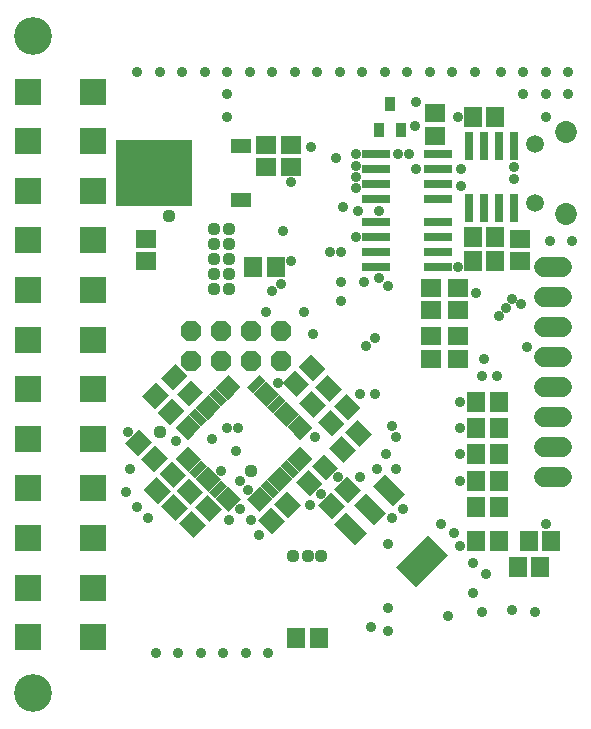
<source format=gbr>
G04 EAGLE Gerber RS-274X export*
G75*
%MOMM*%
%FSLAX34Y34*%
%LPD*%
%INSoldermask Bottom*%
%IPPOS*%
%AMOC8*
5,1,8,0,0,1.08239X$1,22.5*%
G01*
%ADD10R,1.503200X1.703200*%
%ADD11R,1.703200X1.503200*%
%ADD12R,2.403200X0.803200*%
%ADD13P,1.869504X8X202.500000*%
%ADD14R,0.803200X2.403200*%
%ADD15R,1.473200X0.762000*%
%ADD16R,0.762000X1.473200*%
%ADD17R,0.903200X1.203200*%
%ADD18C,1.511200*%
%ADD19C,1.853200*%
%ADD20C,1.727200*%
%ADD21R,6.403200X5.603200*%
%ADD22R,1.803200X1.203200*%
%ADD23R,1.422400X2.438400*%
%ADD24R,3.803200X2.403200*%
%ADD25R,2.303200X2.303200*%
%ADD26C,3.203200*%
%ADD27C,1.117600*%
%ADD28C,0.914400*%


D10*
X428600Y228600D03*
X409600Y228600D03*
X428600Y206375D03*
X409600Y206375D03*
X428600Y184150D03*
X409600Y184150D03*
X428600Y161925D03*
X409600Y161925D03*
D11*
X371475Y284138D03*
X371475Y265138D03*
X393700Y284138D03*
X393700Y265138D03*
X371475Y306413D03*
X371475Y325413D03*
D10*
X220688Y342900D03*
X239688Y342900D03*
D12*
X324838Y412750D03*
X376838Y412750D03*
X324838Y400050D03*
X324838Y425450D03*
X324838Y438150D03*
X376838Y400050D03*
X376838Y425450D03*
X376838Y438150D03*
D10*
X473050Y111125D03*
X454050Y111125D03*
X463525Y88900D03*
X444525Y88900D03*
D12*
X324838Y355600D03*
X376838Y355600D03*
X324838Y342900D03*
X324838Y368300D03*
X324838Y381000D03*
X376838Y342900D03*
X376838Y368300D03*
X376838Y381000D03*
D10*
X406425Y469900D03*
X425425Y469900D03*
D11*
X393700Y306413D03*
X393700Y325413D03*
D10*
X425425Y347663D03*
X406425Y347663D03*
X406425Y368300D03*
X425425Y368300D03*
D11*
X446088Y347688D03*
X446088Y366688D03*
D13*
X244475Y288925D03*
X244475Y263525D03*
X219075Y288925D03*
X219075Y263525D03*
X193675Y288925D03*
X193675Y263525D03*
X168275Y288925D03*
X168275Y263525D03*
D14*
X415925Y445100D03*
X415925Y393100D03*
X403225Y445100D03*
X428625Y445100D03*
X441325Y445100D03*
X403225Y393100D03*
X428625Y393100D03*
X441325Y393100D03*
D10*
G36*
X155719Y153475D02*
X166348Y164104D01*
X178391Y152061D01*
X167762Y141432D01*
X155719Y153475D01*
G37*
G36*
X142284Y140039D02*
X152913Y150668D01*
X164956Y138625D01*
X154327Y127996D01*
X142284Y140039D01*
G37*
G36*
X247506Y127513D02*
X236877Y116884D01*
X224834Y128927D01*
X235463Y139556D01*
X247506Y127513D01*
G37*
G36*
X260941Y140948D02*
X250312Y130319D01*
X238269Y142362D01*
X248898Y152991D01*
X260941Y140948D01*
G37*
G36*
X268144Y243400D02*
X257515Y232771D01*
X245472Y244814D01*
X256101Y255443D01*
X268144Y243400D01*
G37*
G36*
X281579Y256836D02*
X270950Y246207D01*
X258907Y258250D01*
X269536Y268879D01*
X281579Y256836D01*
G37*
G36*
X122751Y182707D02*
X112122Y193336D01*
X124165Y205379D01*
X134794Y194750D01*
X122751Y182707D01*
G37*
G36*
X136186Y169271D02*
X125557Y179900D01*
X137600Y191943D01*
X148229Y181314D01*
X136186Y169271D01*
G37*
G36*
X180831Y124338D02*
X170202Y113709D01*
X158159Y125752D01*
X168788Y136381D01*
X180831Y124338D01*
G37*
G36*
X194266Y137773D02*
X183637Y127144D01*
X171594Y139187D01*
X182223Y149816D01*
X194266Y137773D01*
G37*
G36*
X151887Y231631D02*
X162516Y221002D01*
X150473Y208959D01*
X139844Y219588D01*
X151887Y231631D01*
G37*
G36*
X138452Y245066D02*
X149081Y234437D01*
X137038Y222394D01*
X126409Y233023D01*
X138452Y245066D01*
G37*
G36*
X167762Y247506D02*
X178391Y236877D01*
X166348Y224834D01*
X155719Y235463D01*
X167762Y247506D01*
G37*
G36*
X154327Y260941D02*
X164956Y250312D01*
X152913Y238269D01*
X142284Y248898D01*
X154327Y260941D01*
G37*
G36*
X270019Y174112D02*
X280648Y184741D01*
X292691Y172698D01*
X282062Y162069D01*
X270019Y174112D01*
G37*
G36*
X256584Y160677D02*
X267213Y171306D01*
X279256Y159263D01*
X268627Y148634D01*
X256584Y160677D01*
G37*
G36*
X298594Y202687D02*
X309223Y213316D01*
X321266Y201273D01*
X310637Y190644D01*
X298594Y202687D01*
G37*
G36*
X285159Y189252D02*
X295788Y199881D01*
X307831Y187838D01*
X297202Y177209D01*
X285159Y189252D01*
G37*
G36*
X298306Y210063D02*
X287677Y199434D01*
X275634Y211477D01*
X286263Y222106D01*
X298306Y210063D01*
G37*
G36*
X311741Y223498D02*
X301112Y212869D01*
X289069Y224912D01*
X299698Y235541D01*
X311741Y223498D01*
G37*
G36*
X282431Y225938D02*
X271802Y215309D01*
X259759Y227352D01*
X270388Y237981D01*
X282431Y225938D01*
G37*
G36*
X295866Y239373D02*
X285237Y228744D01*
X273194Y240787D01*
X283823Y251416D01*
X295866Y239373D01*
G37*
D15*
G36*
X210073Y146037D02*
X199657Y135621D01*
X194269Y141009D01*
X204685Y151425D01*
X210073Y146037D01*
G37*
G36*
X204416Y151694D02*
X194000Y141278D01*
X188612Y146666D01*
X199028Y157082D01*
X204416Y151694D01*
G37*
G36*
X198759Y157350D02*
X188343Y146934D01*
X182955Y152322D01*
X193371Y162738D01*
X198759Y157350D01*
G37*
G36*
X193102Y163007D02*
X182686Y152591D01*
X177298Y157979D01*
X187714Y168395D01*
X193102Y163007D01*
G37*
G36*
X187445Y168664D02*
X177029Y158248D01*
X171641Y163636D01*
X182057Y174052D01*
X187445Y168664D01*
G37*
G36*
X181788Y174321D02*
X171372Y163905D01*
X165984Y169293D01*
X176400Y179709D01*
X181788Y174321D01*
G37*
G36*
X176132Y179978D02*
X165716Y169562D01*
X160328Y174950D01*
X170744Y185366D01*
X176132Y179978D01*
G37*
G36*
X170475Y185635D02*
X160059Y175219D01*
X154671Y180607D01*
X165087Y191023D01*
X170475Y185635D01*
G37*
D16*
G36*
X170475Y201715D02*
X165087Y196327D01*
X154671Y206743D01*
X160059Y212131D01*
X170475Y201715D01*
G37*
G36*
X176132Y207372D02*
X170744Y201984D01*
X160328Y212400D01*
X165716Y217788D01*
X176132Y207372D01*
G37*
G36*
X181788Y213029D02*
X176400Y207641D01*
X165984Y218057D01*
X171372Y223445D01*
X181788Y213029D01*
G37*
G36*
X187445Y218686D02*
X182057Y213298D01*
X171641Y223714D01*
X177029Y229102D01*
X187445Y218686D01*
G37*
G36*
X193102Y224343D02*
X187714Y218955D01*
X177298Y229371D01*
X182686Y234759D01*
X193102Y224343D01*
G37*
G36*
X198759Y230000D02*
X193371Y224612D01*
X182955Y235028D01*
X188343Y240416D01*
X198759Y230000D01*
G37*
G36*
X204416Y235656D02*
X199028Y230268D01*
X188612Y240684D01*
X194000Y246072D01*
X204416Y235656D01*
G37*
G36*
X210073Y241313D02*
X204685Y235925D01*
X194269Y246341D01*
X199657Y251729D01*
X210073Y241313D01*
G37*
D15*
G36*
X231181Y246341D02*
X220765Y235925D01*
X215377Y241313D01*
X225793Y251729D01*
X231181Y246341D01*
G37*
G36*
X236838Y240684D02*
X226422Y230268D01*
X221034Y235656D01*
X231450Y246072D01*
X236838Y240684D01*
G37*
G36*
X242495Y235028D02*
X232079Y224612D01*
X226691Y230000D01*
X237107Y240416D01*
X242495Y235028D01*
G37*
G36*
X248152Y229371D02*
X237736Y218955D01*
X232348Y224343D01*
X242764Y234759D01*
X248152Y229371D01*
G37*
G36*
X253809Y223714D02*
X243393Y213298D01*
X238005Y218686D01*
X248421Y229102D01*
X253809Y223714D01*
G37*
G36*
X259466Y218057D02*
X249050Y207641D01*
X243662Y213029D01*
X254078Y223445D01*
X259466Y218057D01*
G37*
G36*
X265122Y212400D02*
X254706Y201984D01*
X249318Y207372D01*
X259734Y217788D01*
X265122Y212400D01*
G37*
G36*
X270779Y206743D02*
X260363Y196327D01*
X254975Y201715D01*
X265391Y212131D01*
X270779Y206743D01*
G37*
D16*
G36*
X270779Y180607D02*
X265391Y175219D01*
X254975Y185635D01*
X260363Y191023D01*
X270779Y180607D01*
G37*
G36*
X265122Y174950D02*
X259734Y169562D01*
X249318Y179978D01*
X254706Y185366D01*
X265122Y174950D01*
G37*
G36*
X259466Y169293D02*
X254078Y163905D01*
X243662Y174321D01*
X249050Y179709D01*
X259466Y169293D01*
G37*
G36*
X253809Y163636D02*
X248421Y158248D01*
X238005Y168664D01*
X243393Y174052D01*
X253809Y163636D01*
G37*
G36*
X248152Y157979D02*
X242764Y152591D01*
X232348Y163007D01*
X237736Y168395D01*
X248152Y157979D01*
G37*
G36*
X242495Y152322D02*
X237107Y146934D01*
X226691Y157350D01*
X232079Y162738D01*
X242495Y152322D01*
G37*
G36*
X236838Y146666D02*
X231450Y141278D01*
X221034Y151694D01*
X226422Y157082D01*
X236838Y146666D01*
G37*
G36*
X231181Y141009D02*
X225793Y135621D01*
X215377Y146037D01*
X220765Y151425D01*
X231181Y141009D01*
G37*
D11*
X252413Y446063D03*
X252413Y427063D03*
X130175Y366688D03*
X130175Y347688D03*
X231775Y427063D03*
X231775Y446063D03*
D17*
X336550Y480900D03*
X327050Y458900D03*
X346050Y458900D03*
D11*
X374650Y454050D03*
X374650Y473050D03*
D10*
G36*
X150669Y152913D02*
X140040Y142284D01*
X127997Y154327D01*
X138626Y164956D01*
X150669Y152913D01*
G37*
G36*
X164104Y166348D02*
X153475Y155719D01*
X141432Y167762D01*
X152061Y178391D01*
X164104Y166348D01*
G37*
D18*
X458788Y397275D03*
X458788Y447275D03*
D19*
X485788Y387275D03*
X485788Y457275D03*
D20*
X482283Y241300D02*
X467043Y241300D01*
X467043Y266700D02*
X482283Y266700D01*
X482283Y292100D02*
X467043Y292100D01*
X467043Y317500D02*
X482283Y317500D01*
X482283Y342900D02*
X467043Y342900D01*
D21*
X136925Y422275D03*
D22*
X209925Y445075D03*
X209925Y399475D03*
D10*
X276200Y28575D03*
X257200Y28575D03*
X409600Y111125D03*
X428600Y111125D03*
X409600Y139700D03*
X428600Y139700D03*
D23*
G36*
X316706Y117863D02*
X306649Y107806D01*
X289408Y125047D01*
X299465Y135104D01*
X316706Y117863D01*
G37*
G36*
X333050Y134207D02*
X322993Y124150D01*
X305752Y141391D01*
X315809Y151448D01*
X333050Y134207D01*
G37*
G36*
X349394Y150551D02*
X339337Y140494D01*
X322096Y157735D01*
X332153Y167792D01*
X349394Y150551D01*
G37*
D24*
G36*
X385168Y98923D02*
X358277Y72032D01*
X341284Y89025D01*
X368175Y115916D01*
X385168Y98923D01*
G37*
D10*
G36*
X289069Y155062D02*
X299698Y165691D01*
X311741Y153648D01*
X301112Y143019D01*
X289069Y155062D01*
G37*
G36*
X275634Y141627D02*
X286263Y152256D01*
X298306Y140213D01*
X287677Y129584D01*
X275634Y141627D01*
G37*
D25*
X84650Y491350D03*
X84650Y449350D03*
X84650Y407350D03*
X84650Y365350D03*
X84650Y323350D03*
X84650Y281350D03*
X84650Y239350D03*
X84650Y197350D03*
X84650Y155350D03*
X84650Y113350D03*
X84650Y71350D03*
X29650Y491350D03*
X29650Y449350D03*
X29650Y407350D03*
X29650Y365350D03*
X29650Y323350D03*
X29650Y281350D03*
X29650Y239350D03*
X29650Y197350D03*
X29650Y155350D03*
X29650Y113350D03*
X84650Y29350D03*
X29650Y71350D03*
X29650Y29350D03*
D26*
X34250Y538350D03*
X34250Y-17650D03*
D20*
X467043Y215900D02*
X482283Y215900D01*
X482283Y190500D02*
X467043Y190500D01*
X467043Y165100D02*
X482283Y165100D01*
D27*
X141288Y203200D03*
X219075Y169863D03*
X149225Y385763D03*
X187325Y374650D03*
X200025Y374650D03*
X187325Y361950D03*
X200025Y361950D03*
X200025Y349250D03*
X187325Y349250D03*
X187325Y336550D03*
X200025Y336550D03*
X200025Y323850D03*
X187325Y323850D03*
D28*
X327025Y390525D03*
X396875Y425450D03*
X290513Y434975D03*
X309563Y390525D03*
X414338Y250825D03*
X468313Y125413D03*
X414338Y50800D03*
X417513Y82550D03*
X225425Y115888D03*
X268288Y141288D03*
X311150Y165100D03*
X311150Y234950D03*
X427038Y250825D03*
X323850Y282575D03*
X122238Y139700D03*
X131763Y130175D03*
X112713Y152400D03*
X325438Y171450D03*
X157163Y15875D03*
X176213Y15875D03*
X195263Y15875D03*
X214313Y15875D03*
X233363Y15875D03*
X385763Y47625D03*
X314325Y330200D03*
X396875Y411163D03*
X269875Y444500D03*
X358775Y482600D03*
X379413Y125413D03*
X292100Y165100D03*
X277813Y150813D03*
X341313Y171450D03*
X333375Y184150D03*
X458788Y50800D03*
X209550Y138113D03*
X219075Y128588D03*
X200025Y128588D03*
X395288Y106363D03*
X115888Y171450D03*
X490538Y365125D03*
X471488Y365125D03*
X315913Y276225D03*
X323850Y234950D03*
X138113Y15875D03*
X141288Y508000D03*
X160338Y508000D03*
X179388Y508000D03*
X198438Y508000D03*
X217488Y508000D03*
X236538Y508000D03*
X255588Y508000D03*
X122238Y508000D03*
X293688Y508000D03*
X312738Y508000D03*
X331788Y508000D03*
X350838Y508000D03*
X369888Y508000D03*
X388938Y508000D03*
X407988Y508000D03*
X274638Y508000D03*
X430213Y508000D03*
X449263Y508000D03*
X468313Y508000D03*
X198438Y488950D03*
X198438Y469900D03*
X487363Y508000D03*
X449263Y488950D03*
X468313Y488950D03*
X487363Y488950D03*
X468313Y469900D03*
X296863Y393700D03*
X263525Y304800D03*
X295275Y330200D03*
X295275Y314325D03*
X338138Y130175D03*
X347663Y138113D03*
X334963Y107950D03*
X334963Y53975D03*
X334963Y34925D03*
X409575Y320675D03*
X358775Y425450D03*
X241300Y244475D03*
X352425Y438150D03*
X395288Y228600D03*
X307975Y438150D03*
X395288Y161925D03*
X307975Y409575D03*
X395288Y184150D03*
X307975Y419100D03*
X342900Y438150D03*
X415925Y265113D03*
X295275Y355600D03*
X285750Y355600D03*
X246063Y373063D03*
X395288Y206375D03*
X307975Y428625D03*
X447675Y311150D03*
X439738Y52388D03*
X236538Y322263D03*
X244475Y328613D03*
X252413Y347663D03*
X231775Y304800D03*
X320675Y38100D03*
X441325Y427038D03*
X441325Y417513D03*
X393700Y469900D03*
X393700Y342900D03*
X307975Y368300D03*
X452438Y274638D03*
D27*
X254000Y98425D03*
X266700Y98425D03*
X277813Y98425D03*
D28*
X439738Y315913D03*
X406400Y66675D03*
X198438Y206375D03*
X114300Y203200D03*
X215900Y153988D03*
X209550Y161925D03*
X207963Y206375D03*
X206375Y187325D03*
X252413Y414338D03*
X155575Y195263D03*
X193675Y169863D03*
X334963Y327025D03*
X273050Y198438D03*
X338138Y207963D03*
X185738Y196850D03*
X327025Y333375D03*
X341313Y198438D03*
X271463Y285750D03*
X357188Y461963D03*
X434975Y307975D03*
X406400Y92075D03*
X428625Y301625D03*
X390525Y117475D03*
D27*
X336550Y153988D03*
M02*

</source>
